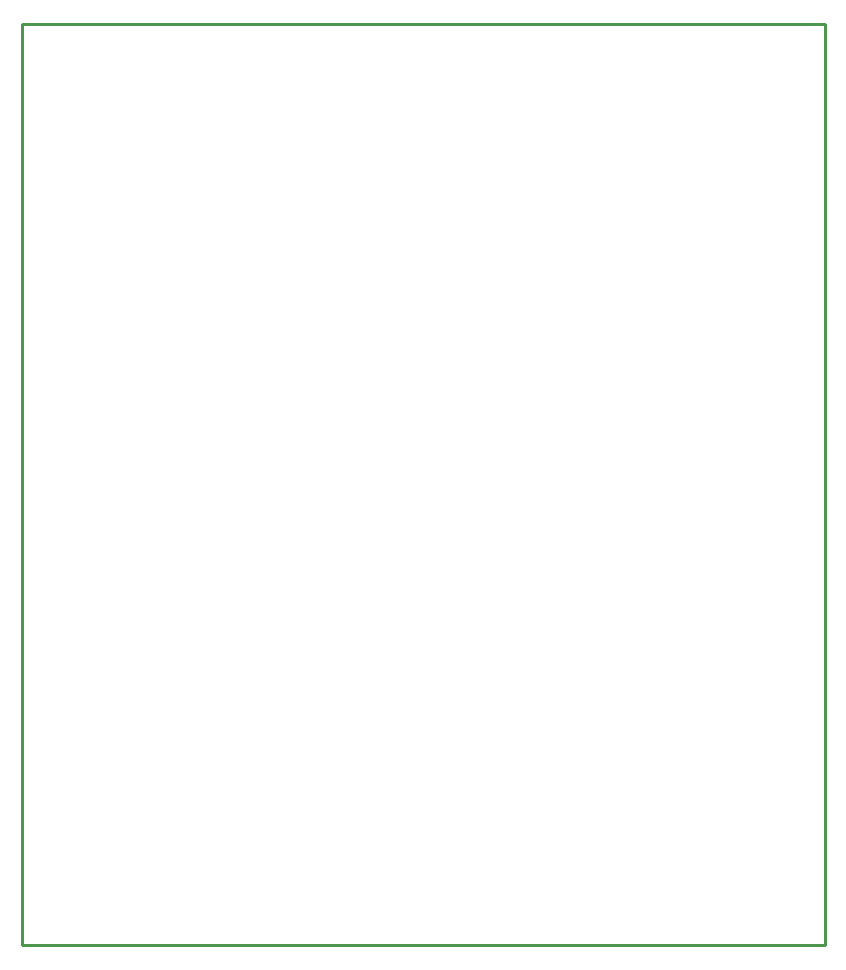
<source format=gko>
G04 Layer: BoardOutline*
G04 EasyEDA v6.4.19.5, 2021-06-22T13:22:06+02:00*
G04 8d010e87a7914041b3697a5a1e0c44dd,1767a0bbb58a490299b52c1c45d7117c,10*
G04 Gerber Generator version 0.2*
G04 Scale: 100 percent, Rotated: No, Reflected: No *
G04 Dimensions in millimeters *
G04 leading zeros omitted , absolute positions ,4 integer and 5 decimal *
%FSLAX45Y45*%
%MOMM*%

%ADD10C,0.2540*%
D10*
X0Y0D02*
G01*
X6799999Y0D01*
X6799999Y-7799999D01*
X0Y-7799999D01*
X0Y0D01*

%LPD*%
M02*

</source>
